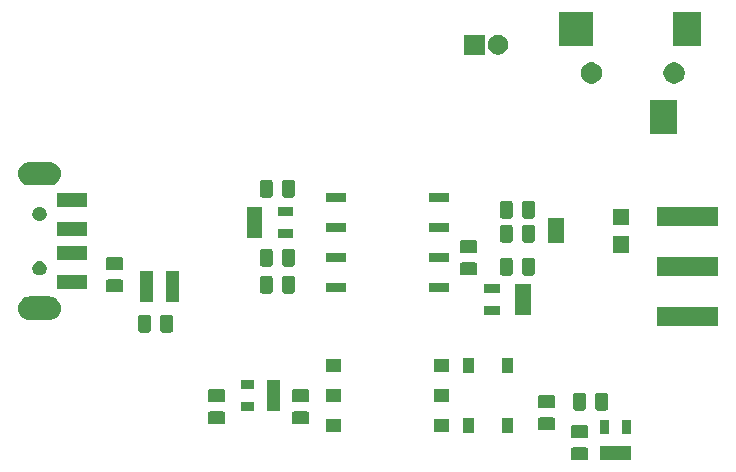
<source format=gbr>
G04 #@! TF.GenerationSoftware,KiCad,Pcbnew,5.1.5*
G04 #@! TF.CreationDate,2020-06-04T17:32:55-05:00*
G04 #@! TF.ProjectId,Receiver,52656365-6976-4657-922e-6b696361645f,rev?*
G04 #@! TF.SameCoordinates,Original*
G04 #@! TF.FileFunction,Soldermask,Top*
G04 #@! TF.FilePolarity,Negative*
%FSLAX46Y46*%
G04 Gerber Fmt 4.6, Leading zero omitted, Abs format (unit mm)*
G04 Created by KiCad (PCBNEW 5.1.5) date 2020-06-04 17:32:55*
%MOMM*%
%LPD*%
G04 APERTURE LIST*
%ADD10C,0.100000*%
G04 APERTURE END LIST*
D10*
G36*
X175336468Y-120721065D02*
G01*
X175375138Y-120732796D01*
X175410777Y-120751846D01*
X175442017Y-120777483D01*
X175467654Y-120808723D01*
X175486704Y-120844362D01*
X175498435Y-120883032D01*
X175503000Y-120929388D01*
X175503000Y-121580612D01*
X175498435Y-121626968D01*
X175486704Y-121665638D01*
X175467654Y-121701277D01*
X175442017Y-121732517D01*
X175410777Y-121758154D01*
X175375138Y-121777204D01*
X175336468Y-121788935D01*
X175290112Y-121793500D01*
X174213888Y-121793500D01*
X174167532Y-121788935D01*
X174128862Y-121777204D01*
X174093223Y-121758154D01*
X174061983Y-121732517D01*
X174036346Y-121701277D01*
X174017296Y-121665638D01*
X174005565Y-121626968D01*
X174001000Y-121580612D01*
X174001000Y-120929388D01*
X174005565Y-120883032D01*
X174017296Y-120844362D01*
X174036346Y-120808723D01*
X174061983Y-120777483D01*
X174093223Y-120751846D01*
X174128862Y-120732796D01*
X174167532Y-120721065D01*
X174213888Y-120716500D01*
X175290112Y-120716500D01*
X175336468Y-120721065D01*
G37*
G36*
X179126000Y-121739000D02*
G01*
X176474000Y-121739000D01*
X176474000Y-120577000D01*
X179126000Y-120577000D01*
X179126000Y-121739000D01*
G37*
G36*
X175336468Y-118846065D02*
G01*
X175375138Y-118857796D01*
X175410777Y-118876846D01*
X175442017Y-118902483D01*
X175467654Y-118933723D01*
X175486704Y-118969362D01*
X175498435Y-119008032D01*
X175503000Y-119054388D01*
X175503000Y-119705612D01*
X175498435Y-119751968D01*
X175486704Y-119790638D01*
X175467654Y-119826277D01*
X175442017Y-119857517D01*
X175410777Y-119883154D01*
X175375138Y-119902204D01*
X175336468Y-119913935D01*
X175290112Y-119918500D01*
X174213888Y-119918500D01*
X174167532Y-119913935D01*
X174128862Y-119902204D01*
X174093223Y-119883154D01*
X174061983Y-119857517D01*
X174036346Y-119826277D01*
X174017296Y-119790638D01*
X174005565Y-119751968D01*
X174001000Y-119705612D01*
X174001000Y-119054388D01*
X174005565Y-119008032D01*
X174017296Y-118969362D01*
X174036346Y-118933723D01*
X174061983Y-118902483D01*
X174093223Y-118876846D01*
X174128862Y-118857796D01*
X174167532Y-118846065D01*
X174213888Y-118841500D01*
X175290112Y-118841500D01*
X175336468Y-118846065D01*
G37*
G36*
X177226000Y-119539000D02*
G01*
X176474000Y-119539000D01*
X176474000Y-118377000D01*
X177226000Y-118377000D01*
X177226000Y-119539000D01*
G37*
G36*
X179126000Y-119539000D02*
G01*
X178374000Y-119539000D01*
X178374000Y-118377000D01*
X179126000Y-118377000D01*
X179126000Y-119539000D01*
G37*
G36*
X169155000Y-119523000D02*
G01*
X168153000Y-119523000D01*
X168153000Y-118221000D01*
X169155000Y-118221000D01*
X169155000Y-119523000D01*
G37*
G36*
X165855000Y-119523000D02*
G01*
X164853000Y-119523000D01*
X164853000Y-118221000D01*
X165855000Y-118221000D01*
X165855000Y-119523000D01*
G37*
G36*
X163679000Y-119403000D02*
G01*
X162457000Y-119403000D01*
X162457000Y-118341000D01*
X163679000Y-118341000D01*
X163679000Y-119403000D01*
G37*
G36*
X154535000Y-119403000D02*
G01*
X153313000Y-119403000D01*
X153313000Y-118341000D01*
X154535000Y-118341000D01*
X154535000Y-119403000D01*
G37*
G36*
X172542468Y-118181065D02*
G01*
X172581138Y-118192796D01*
X172616777Y-118211846D01*
X172648017Y-118237483D01*
X172673654Y-118268723D01*
X172692704Y-118304362D01*
X172704435Y-118343032D01*
X172709000Y-118389388D01*
X172709000Y-119040612D01*
X172704435Y-119086968D01*
X172692704Y-119125638D01*
X172673654Y-119161277D01*
X172648017Y-119192517D01*
X172616777Y-119218154D01*
X172581138Y-119237204D01*
X172542468Y-119248935D01*
X172496112Y-119253500D01*
X171419888Y-119253500D01*
X171373532Y-119248935D01*
X171334862Y-119237204D01*
X171299223Y-119218154D01*
X171267983Y-119192517D01*
X171242346Y-119161277D01*
X171223296Y-119125638D01*
X171211565Y-119086968D01*
X171207000Y-119040612D01*
X171207000Y-118389388D01*
X171211565Y-118343032D01*
X171223296Y-118304362D01*
X171242346Y-118268723D01*
X171267983Y-118237483D01*
X171299223Y-118211846D01*
X171334862Y-118192796D01*
X171373532Y-118181065D01*
X171419888Y-118176500D01*
X172496112Y-118176500D01*
X172542468Y-118181065D01*
G37*
G36*
X144602468Y-117673065D02*
G01*
X144641138Y-117684796D01*
X144676777Y-117703846D01*
X144708017Y-117729483D01*
X144733654Y-117760723D01*
X144752704Y-117796362D01*
X144764435Y-117835032D01*
X144769000Y-117881388D01*
X144769000Y-118532612D01*
X144764435Y-118578968D01*
X144752704Y-118617638D01*
X144733654Y-118653277D01*
X144708017Y-118684517D01*
X144676777Y-118710154D01*
X144641138Y-118729204D01*
X144602468Y-118740935D01*
X144556112Y-118745500D01*
X143479888Y-118745500D01*
X143433532Y-118740935D01*
X143394862Y-118729204D01*
X143359223Y-118710154D01*
X143327983Y-118684517D01*
X143302346Y-118653277D01*
X143283296Y-118617638D01*
X143271565Y-118578968D01*
X143267000Y-118532612D01*
X143267000Y-117881388D01*
X143271565Y-117835032D01*
X143283296Y-117796362D01*
X143302346Y-117760723D01*
X143327983Y-117729483D01*
X143359223Y-117703846D01*
X143394862Y-117684796D01*
X143433532Y-117673065D01*
X143479888Y-117668500D01*
X144556112Y-117668500D01*
X144602468Y-117673065D01*
G37*
G36*
X151714468Y-117673065D02*
G01*
X151753138Y-117684796D01*
X151788777Y-117703846D01*
X151820017Y-117729483D01*
X151845654Y-117760723D01*
X151864704Y-117796362D01*
X151876435Y-117835032D01*
X151881000Y-117881388D01*
X151881000Y-118532612D01*
X151876435Y-118578968D01*
X151864704Y-118617638D01*
X151845654Y-118653277D01*
X151820017Y-118684517D01*
X151788777Y-118710154D01*
X151753138Y-118729204D01*
X151714468Y-118740935D01*
X151668112Y-118745500D01*
X150591888Y-118745500D01*
X150545532Y-118740935D01*
X150506862Y-118729204D01*
X150471223Y-118710154D01*
X150439983Y-118684517D01*
X150414346Y-118653277D01*
X150395296Y-118617638D01*
X150383565Y-118578968D01*
X150379000Y-118532612D01*
X150379000Y-117881388D01*
X150383565Y-117835032D01*
X150395296Y-117796362D01*
X150414346Y-117760723D01*
X150439983Y-117729483D01*
X150471223Y-117703846D01*
X150506862Y-117684796D01*
X150545532Y-117673065D01*
X150591888Y-117668500D01*
X151668112Y-117668500D01*
X151714468Y-117673065D01*
G37*
G36*
X149425000Y-117658000D02*
G01*
X148263000Y-117658000D01*
X148263000Y-115006000D01*
X149425000Y-115006000D01*
X149425000Y-117658000D01*
G37*
G36*
X147225000Y-117658000D02*
G01*
X146063000Y-117658000D01*
X146063000Y-116906000D01*
X147225000Y-116906000D01*
X147225000Y-117658000D01*
G37*
G36*
X176998968Y-116093565D02*
G01*
X177037638Y-116105296D01*
X177073277Y-116124346D01*
X177104517Y-116149983D01*
X177130154Y-116181223D01*
X177149204Y-116216862D01*
X177160935Y-116255532D01*
X177165500Y-116301888D01*
X177165500Y-117378112D01*
X177160935Y-117424468D01*
X177149204Y-117463138D01*
X177130154Y-117498777D01*
X177104517Y-117530017D01*
X177073277Y-117555654D01*
X177037638Y-117574704D01*
X176998968Y-117586435D01*
X176952612Y-117591000D01*
X176301388Y-117591000D01*
X176255032Y-117586435D01*
X176216362Y-117574704D01*
X176180723Y-117555654D01*
X176149483Y-117530017D01*
X176123846Y-117498777D01*
X176104796Y-117463138D01*
X176093065Y-117424468D01*
X176088500Y-117378112D01*
X176088500Y-116301888D01*
X176093065Y-116255532D01*
X176104796Y-116216862D01*
X176123846Y-116181223D01*
X176149483Y-116149983D01*
X176180723Y-116124346D01*
X176216362Y-116105296D01*
X176255032Y-116093565D01*
X176301388Y-116089000D01*
X176952612Y-116089000D01*
X176998968Y-116093565D01*
G37*
G36*
X175123968Y-116093565D02*
G01*
X175162638Y-116105296D01*
X175198277Y-116124346D01*
X175229517Y-116149983D01*
X175255154Y-116181223D01*
X175274204Y-116216862D01*
X175285935Y-116255532D01*
X175290500Y-116301888D01*
X175290500Y-117378112D01*
X175285935Y-117424468D01*
X175274204Y-117463138D01*
X175255154Y-117498777D01*
X175229517Y-117530017D01*
X175198277Y-117555654D01*
X175162638Y-117574704D01*
X175123968Y-117586435D01*
X175077612Y-117591000D01*
X174426388Y-117591000D01*
X174380032Y-117586435D01*
X174341362Y-117574704D01*
X174305723Y-117555654D01*
X174274483Y-117530017D01*
X174248846Y-117498777D01*
X174229796Y-117463138D01*
X174218065Y-117424468D01*
X174213500Y-117378112D01*
X174213500Y-116301888D01*
X174218065Y-116255532D01*
X174229796Y-116216862D01*
X174248846Y-116181223D01*
X174274483Y-116149983D01*
X174305723Y-116124346D01*
X174341362Y-116105296D01*
X174380032Y-116093565D01*
X174426388Y-116089000D01*
X175077612Y-116089000D01*
X175123968Y-116093565D01*
G37*
G36*
X172542468Y-116306065D02*
G01*
X172581138Y-116317796D01*
X172616777Y-116336846D01*
X172648017Y-116362483D01*
X172673654Y-116393723D01*
X172692704Y-116429362D01*
X172704435Y-116468032D01*
X172709000Y-116514388D01*
X172709000Y-117165612D01*
X172704435Y-117211968D01*
X172692704Y-117250638D01*
X172673654Y-117286277D01*
X172648017Y-117317517D01*
X172616777Y-117343154D01*
X172581138Y-117362204D01*
X172542468Y-117373935D01*
X172496112Y-117378500D01*
X171419888Y-117378500D01*
X171373532Y-117373935D01*
X171334862Y-117362204D01*
X171299223Y-117343154D01*
X171267983Y-117317517D01*
X171242346Y-117286277D01*
X171223296Y-117250638D01*
X171211565Y-117211968D01*
X171207000Y-117165612D01*
X171207000Y-116514388D01*
X171211565Y-116468032D01*
X171223296Y-116429362D01*
X171242346Y-116393723D01*
X171267983Y-116362483D01*
X171299223Y-116336846D01*
X171334862Y-116317796D01*
X171373532Y-116306065D01*
X171419888Y-116301500D01*
X172496112Y-116301500D01*
X172542468Y-116306065D01*
G37*
G36*
X151714468Y-115798065D02*
G01*
X151753138Y-115809796D01*
X151788777Y-115828846D01*
X151820017Y-115854483D01*
X151845654Y-115885723D01*
X151864704Y-115921362D01*
X151876435Y-115960032D01*
X151881000Y-116006388D01*
X151881000Y-116657612D01*
X151876435Y-116703968D01*
X151864704Y-116742638D01*
X151845654Y-116778277D01*
X151820017Y-116809517D01*
X151788777Y-116835154D01*
X151753138Y-116854204D01*
X151714468Y-116865935D01*
X151668112Y-116870500D01*
X150591888Y-116870500D01*
X150545532Y-116865935D01*
X150506862Y-116854204D01*
X150471223Y-116835154D01*
X150439983Y-116809517D01*
X150414346Y-116778277D01*
X150395296Y-116742638D01*
X150383565Y-116703968D01*
X150379000Y-116657612D01*
X150379000Y-116006388D01*
X150383565Y-115960032D01*
X150395296Y-115921362D01*
X150414346Y-115885723D01*
X150439983Y-115854483D01*
X150471223Y-115828846D01*
X150506862Y-115809796D01*
X150545532Y-115798065D01*
X150591888Y-115793500D01*
X151668112Y-115793500D01*
X151714468Y-115798065D01*
G37*
G36*
X144602468Y-115798065D02*
G01*
X144641138Y-115809796D01*
X144676777Y-115828846D01*
X144708017Y-115854483D01*
X144733654Y-115885723D01*
X144752704Y-115921362D01*
X144764435Y-115960032D01*
X144769000Y-116006388D01*
X144769000Y-116657612D01*
X144764435Y-116703968D01*
X144752704Y-116742638D01*
X144733654Y-116778277D01*
X144708017Y-116809517D01*
X144676777Y-116835154D01*
X144641138Y-116854204D01*
X144602468Y-116865935D01*
X144556112Y-116870500D01*
X143479888Y-116870500D01*
X143433532Y-116865935D01*
X143394862Y-116854204D01*
X143359223Y-116835154D01*
X143327983Y-116809517D01*
X143302346Y-116778277D01*
X143283296Y-116742638D01*
X143271565Y-116703968D01*
X143267000Y-116657612D01*
X143267000Y-116006388D01*
X143271565Y-115960032D01*
X143283296Y-115921362D01*
X143302346Y-115885723D01*
X143327983Y-115854483D01*
X143359223Y-115828846D01*
X143394862Y-115809796D01*
X143433532Y-115798065D01*
X143479888Y-115793500D01*
X144556112Y-115793500D01*
X144602468Y-115798065D01*
G37*
G36*
X154535000Y-116863000D02*
G01*
X153313000Y-116863000D01*
X153313000Y-115801000D01*
X154535000Y-115801000D01*
X154535000Y-116863000D01*
G37*
G36*
X163679000Y-116863000D02*
G01*
X162457000Y-116863000D01*
X162457000Y-115801000D01*
X163679000Y-115801000D01*
X163679000Y-116863000D01*
G37*
G36*
X147225000Y-115758000D02*
G01*
X146063000Y-115758000D01*
X146063000Y-115006000D01*
X147225000Y-115006000D01*
X147225000Y-115758000D01*
G37*
G36*
X165855000Y-114443000D02*
G01*
X164853000Y-114443000D01*
X164853000Y-113141000D01*
X165855000Y-113141000D01*
X165855000Y-114443000D01*
G37*
G36*
X169155000Y-114443000D02*
G01*
X168153000Y-114443000D01*
X168153000Y-113141000D01*
X169155000Y-113141000D01*
X169155000Y-114443000D01*
G37*
G36*
X163679000Y-114323000D02*
G01*
X162457000Y-114323000D01*
X162457000Y-113261000D01*
X163679000Y-113261000D01*
X163679000Y-114323000D01*
G37*
G36*
X154535000Y-114323000D02*
G01*
X153313000Y-114323000D01*
X153313000Y-113261000D01*
X154535000Y-113261000D01*
X154535000Y-114323000D01*
G37*
G36*
X138293968Y-109489565D02*
G01*
X138332638Y-109501296D01*
X138368277Y-109520346D01*
X138399517Y-109545983D01*
X138425154Y-109577223D01*
X138444204Y-109612862D01*
X138455935Y-109651532D01*
X138460500Y-109697888D01*
X138460500Y-110774112D01*
X138455935Y-110820468D01*
X138444204Y-110859138D01*
X138425154Y-110894777D01*
X138399517Y-110926017D01*
X138368277Y-110951654D01*
X138332638Y-110970704D01*
X138293968Y-110982435D01*
X138247612Y-110987000D01*
X137596388Y-110987000D01*
X137550032Y-110982435D01*
X137511362Y-110970704D01*
X137475723Y-110951654D01*
X137444483Y-110926017D01*
X137418846Y-110894777D01*
X137399796Y-110859138D01*
X137388065Y-110820468D01*
X137383500Y-110774112D01*
X137383500Y-109697888D01*
X137388065Y-109651532D01*
X137399796Y-109612862D01*
X137418846Y-109577223D01*
X137444483Y-109545983D01*
X137475723Y-109520346D01*
X137511362Y-109501296D01*
X137550032Y-109489565D01*
X137596388Y-109485000D01*
X138247612Y-109485000D01*
X138293968Y-109489565D01*
G37*
G36*
X140168968Y-109489565D02*
G01*
X140207638Y-109501296D01*
X140243277Y-109520346D01*
X140274517Y-109545983D01*
X140300154Y-109577223D01*
X140319204Y-109612862D01*
X140330935Y-109651532D01*
X140335500Y-109697888D01*
X140335500Y-110774112D01*
X140330935Y-110820468D01*
X140319204Y-110859138D01*
X140300154Y-110894777D01*
X140274517Y-110926017D01*
X140243277Y-110951654D01*
X140207638Y-110970704D01*
X140168968Y-110982435D01*
X140122612Y-110987000D01*
X139471388Y-110987000D01*
X139425032Y-110982435D01*
X139386362Y-110970704D01*
X139350723Y-110951654D01*
X139319483Y-110926017D01*
X139293846Y-110894777D01*
X139274796Y-110859138D01*
X139263065Y-110820468D01*
X139258500Y-110774112D01*
X139258500Y-109697888D01*
X139263065Y-109651532D01*
X139274796Y-109612862D01*
X139293846Y-109577223D01*
X139319483Y-109545983D01*
X139350723Y-109520346D01*
X139386362Y-109501296D01*
X139425032Y-109489565D01*
X139471388Y-109485000D01*
X140122612Y-109485000D01*
X140168968Y-109489565D01*
G37*
G36*
X186487000Y-110461000D02*
G01*
X181305000Y-110461000D01*
X181305000Y-108859000D01*
X186487000Y-108859000D01*
X186487000Y-110461000D01*
G37*
G36*
X130028228Y-107949483D02*
G01*
X130216922Y-108006723D01*
X130390815Y-108099671D01*
X130543239Y-108224761D01*
X130668329Y-108377185D01*
X130761277Y-108551078D01*
X130818517Y-108739772D01*
X130837843Y-108936000D01*
X130818517Y-109132228D01*
X130761277Y-109320922D01*
X130668329Y-109494815D01*
X130543239Y-109647239D01*
X130390815Y-109772329D01*
X130216922Y-109865277D01*
X130028228Y-109922517D01*
X129881175Y-109937000D01*
X128182825Y-109937000D01*
X128035772Y-109922517D01*
X127847078Y-109865277D01*
X127673185Y-109772329D01*
X127520761Y-109647239D01*
X127395671Y-109494815D01*
X127302723Y-109320922D01*
X127245483Y-109132228D01*
X127226157Y-108936000D01*
X127245483Y-108739772D01*
X127302723Y-108551078D01*
X127395671Y-108377185D01*
X127520761Y-108224761D01*
X127673185Y-108099671D01*
X127847078Y-108006723D01*
X128035772Y-107949483D01*
X128182825Y-107935000D01*
X129881175Y-107935000D01*
X130028228Y-107949483D01*
G37*
G36*
X168007000Y-109530000D02*
G01*
X166685000Y-109530000D01*
X166685000Y-108778000D01*
X168007000Y-108778000D01*
X168007000Y-109530000D01*
G37*
G36*
X170627000Y-109530000D02*
G01*
X169305000Y-109530000D01*
X169305000Y-106878000D01*
X170627000Y-106878000D01*
X170627000Y-109530000D01*
G37*
G36*
X138673000Y-108387000D02*
G01*
X137511000Y-108387000D01*
X137511000Y-105735000D01*
X138673000Y-105735000D01*
X138673000Y-108387000D01*
G37*
G36*
X140873000Y-108387000D02*
G01*
X139711000Y-108387000D01*
X139711000Y-105735000D01*
X140873000Y-105735000D01*
X140873000Y-108387000D01*
G37*
G36*
X148610968Y-106187565D02*
G01*
X148649638Y-106199296D01*
X148685277Y-106218346D01*
X148716517Y-106243983D01*
X148742154Y-106275223D01*
X148761204Y-106310862D01*
X148772935Y-106349532D01*
X148777500Y-106395888D01*
X148777500Y-107472112D01*
X148772935Y-107518468D01*
X148761204Y-107557138D01*
X148742154Y-107592777D01*
X148716517Y-107624017D01*
X148685277Y-107649654D01*
X148649638Y-107668704D01*
X148610968Y-107680435D01*
X148564612Y-107685000D01*
X147913388Y-107685000D01*
X147867032Y-107680435D01*
X147828362Y-107668704D01*
X147792723Y-107649654D01*
X147761483Y-107624017D01*
X147735846Y-107592777D01*
X147716796Y-107557138D01*
X147705065Y-107518468D01*
X147700500Y-107472112D01*
X147700500Y-106395888D01*
X147705065Y-106349532D01*
X147716796Y-106310862D01*
X147735846Y-106275223D01*
X147761483Y-106243983D01*
X147792723Y-106218346D01*
X147828362Y-106199296D01*
X147867032Y-106187565D01*
X147913388Y-106183000D01*
X148564612Y-106183000D01*
X148610968Y-106187565D01*
G37*
G36*
X150485968Y-106187565D02*
G01*
X150524638Y-106199296D01*
X150560277Y-106218346D01*
X150591517Y-106243983D01*
X150617154Y-106275223D01*
X150636204Y-106310862D01*
X150647935Y-106349532D01*
X150652500Y-106395888D01*
X150652500Y-107472112D01*
X150647935Y-107518468D01*
X150636204Y-107557138D01*
X150617154Y-107592777D01*
X150591517Y-107624017D01*
X150560277Y-107649654D01*
X150524638Y-107668704D01*
X150485968Y-107680435D01*
X150439612Y-107685000D01*
X149788388Y-107685000D01*
X149742032Y-107680435D01*
X149703362Y-107668704D01*
X149667723Y-107649654D01*
X149636483Y-107624017D01*
X149610846Y-107592777D01*
X149591796Y-107557138D01*
X149580065Y-107518468D01*
X149575500Y-107472112D01*
X149575500Y-106395888D01*
X149580065Y-106349532D01*
X149591796Y-106310862D01*
X149610846Y-106275223D01*
X149636483Y-106243983D01*
X149667723Y-106218346D01*
X149703362Y-106199296D01*
X149742032Y-106187565D01*
X149788388Y-106183000D01*
X150439612Y-106183000D01*
X150485968Y-106187565D01*
G37*
G36*
X168007000Y-107630000D02*
G01*
X166685000Y-107630000D01*
X166685000Y-106878000D01*
X168007000Y-106878000D01*
X168007000Y-107630000D01*
G37*
G36*
X135966468Y-106497065D02*
G01*
X136005138Y-106508796D01*
X136040777Y-106527846D01*
X136072017Y-106553483D01*
X136097654Y-106584723D01*
X136116704Y-106620362D01*
X136128435Y-106659032D01*
X136133000Y-106705388D01*
X136133000Y-107356612D01*
X136128435Y-107402968D01*
X136116704Y-107441638D01*
X136097654Y-107477277D01*
X136072017Y-107508517D01*
X136040777Y-107534154D01*
X136005138Y-107553204D01*
X135966468Y-107564935D01*
X135920112Y-107569500D01*
X134843888Y-107569500D01*
X134797532Y-107564935D01*
X134758862Y-107553204D01*
X134723223Y-107534154D01*
X134691983Y-107508517D01*
X134666346Y-107477277D01*
X134647296Y-107441638D01*
X134635565Y-107402968D01*
X134631000Y-107356612D01*
X134631000Y-106705388D01*
X134635565Y-106659032D01*
X134647296Y-106620362D01*
X134666346Y-106584723D01*
X134691983Y-106553483D01*
X134723223Y-106527846D01*
X134758862Y-106508796D01*
X134797532Y-106497065D01*
X134843888Y-106492500D01*
X135920112Y-106492500D01*
X135966468Y-106497065D01*
G37*
G36*
X163672000Y-107564000D02*
G01*
X162020000Y-107564000D01*
X162020000Y-106812000D01*
X163672000Y-106812000D01*
X163672000Y-107564000D01*
G37*
G36*
X154972000Y-107564000D02*
G01*
X153320000Y-107564000D01*
X153320000Y-106812000D01*
X154972000Y-106812000D01*
X154972000Y-107564000D01*
G37*
G36*
X133083000Y-107337000D02*
G01*
X130481000Y-107337000D01*
X130481000Y-106135000D01*
X133083000Y-106135000D01*
X133083000Y-107337000D01*
G37*
G36*
X186487000Y-106211000D02*
G01*
X181305000Y-106211000D01*
X181305000Y-104609000D01*
X186487000Y-104609000D01*
X186487000Y-106211000D01*
G37*
G36*
X170805968Y-104663565D02*
G01*
X170844638Y-104675296D01*
X170880277Y-104694346D01*
X170911517Y-104719983D01*
X170937154Y-104751223D01*
X170956204Y-104786862D01*
X170967935Y-104825532D01*
X170972500Y-104871888D01*
X170972500Y-105948112D01*
X170967935Y-105994468D01*
X170956204Y-106033138D01*
X170937154Y-106068777D01*
X170911517Y-106100017D01*
X170880277Y-106125654D01*
X170844638Y-106144704D01*
X170805968Y-106156435D01*
X170759612Y-106161000D01*
X170108388Y-106161000D01*
X170062032Y-106156435D01*
X170023362Y-106144704D01*
X169987723Y-106125654D01*
X169956483Y-106100017D01*
X169930846Y-106068777D01*
X169911796Y-106033138D01*
X169900065Y-105994468D01*
X169895500Y-105948112D01*
X169895500Y-104871888D01*
X169900065Y-104825532D01*
X169911796Y-104786862D01*
X169930846Y-104751223D01*
X169956483Y-104719983D01*
X169987723Y-104694346D01*
X170023362Y-104675296D01*
X170062032Y-104663565D01*
X170108388Y-104659000D01*
X170759612Y-104659000D01*
X170805968Y-104663565D01*
G37*
G36*
X168930968Y-104663565D02*
G01*
X168969638Y-104675296D01*
X169005277Y-104694346D01*
X169036517Y-104719983D01*
X169062154Y-104751223D01*
X169081204Y-104786862D01*
X169092935Y-104825532D01*
X169097500Y-104871888D01*
X169097500Y-105948112D01*
X169092935Y-105994468D01*
X169081204Y-106033138D01*
X169062154Y-106068777D01*
X169036517Y-106100017D01*
X169005277Y-106125654D01*
X168969638Y-106144704D01*
X168930968Y-106156435D01*
X168884612Y-106161000D01*
X168233388Y-106161000D01*
X168187032Y-106156435D01*
X168148362Y-106144704D01*
X168112723Y-106125654D01*
X168081483Y-106100017D01*
X168055846Y-106068777D01*
X168036796Y-106033138D01*
X168025065Y-105994468D01*
X168020500Y-105948112D01*
X168020500Y-104871888D01*
X168025065Y-104825532D01*
X168036796Y-104786862D01*
X168055846Y-104751223D01*
X168081483Y-104719983D01*
X168112723Y-104694346D01*
X168148362Y-104675296D01*
X168187032Y-104663565D01*
X168233388Y-104659000D01*
X168884612Y-104659000D01*
X168930968Y-104663565D01*
G37*
G36*
X129168601Y-104950397D02*
G01*
X129207305Y-104958096D01*
X129239340Y-104971365D01*
X129316680Y-105003400D01*
X129415115Y-105069173D01*
X129498827Y-105152885D01*
X129564600Y-105251320D01*
X129591494Y-105316250D01*
X129609904Y-105360695D01*
X129613447Y-105378505D01*
X129633000Y-105476805D01*
X129633000Y-105595195D01*
X129609904Y-105711304D01*
X129564600Y-105820680D01*
X129498827Y-105919115D01*
X129415115Y-106002827D01*
X129316680Y-106068600D01*
X129240831Y-106100017D01*
X129207305Y-106113904D01*
X129168601Y-106121603D01*
X129091195Y-106137000D01*
X128972805Y-106137000D01*
X128895399Y-106121603D01*
X128856695Y-106113904D01*
X128823169Y-106100017D01*
X128747320Y-106068600D01*
X128648885Y-106002827D01*
X128565173Y-105919115D01*
X128499400Y-105820680D01*
X128454096Y-105711304D01*
X128431000Y-105595195D01*
X128431000Y-105476805D01*
X128450553Y-105378505D01*
X128454096Y-105360695D01*
X128472506Y-105316250D01*
X128499400Y-105251320D01*
X128565173Y-105152885D01*
X128648885Y-105069173D01*
X128747320Y-105003400D01*
X128824660Y-104971365D01*
X128856695Y-104958096D01*
X128895399Y-104950397D01*
X128972805Y-104935000D01*
X129091195Y-104935000D01*
X129168601Y-104950397D01*
G37*
G36*
X165938468Y-105051565D02*
G01*
X165977138Y-105063296D01*
X166012777Y-105082346D01*
X166044017Y-105107983D01*
X166069654Y-105139223D01*
X166088704Y-105174862D01*
X166100435Y-105213532D01*
X166105000Y-105259888D01*
X166105000Y-105911112D01*
X166100435Y-105957468D01*
X166088704Y-105996138D01*
X166069654Y-106031777D01*
X166044017Y-106063017D01*
X166012777Y-106088654D01*
X165977138Y-106107704D01*
X165938468Y-106119435D01*
X165892112Y-106124000D01*
X164815888Y-106124000D01*
X164769532Y-106119435D01*
X164730862Y-106107704D01*
X164695223Y-106088654D01*
X164663983Y-106063017D01*
X164638346Y-106031777D01*
X164619296Y-105996138D01*
X164607565Y-105957468D01*
X164603000Y-105911112D01*
X164603000Y-105259888D01*
X164607565Y-105213532D01*
X164619296Y-105174862D01*
X164638346Y-105139223D01*
X164663983Y-105107983D01*
X164695223Y-105082346D01*
X164730862Y-105063296D01*
X164769532Y-105051565D01*
X164815888Y-105047000D01*
X165892112Y-105047000D01*
X165938468Y-105051565D01*
G37*
G36*
X135966468Y-104622065D02*
G01*
X136005138Y-104633796D01*
X136040777Y-104652846D01*
X136072017Y-104678483D01*
X136097654Y-104709723D01*
X136116704Y-104745362D01*
X136128435Y-104784032D01*
X136133000Y-104830388D01*
X136133000Y-105481612D01*
X136128435Y-105527968D01*
X136116704Y-105566638D01*
X136097654Y-105602277D01*
X136072017Y-105633517D01*
X136040777Y-105659154D01*
X136005138Y-105678204D01*
X135966468Y-105689935D01*
X135920112Y-105694500D01*
X134843888Y-105694500D01*
X134797532Y-105689935D01*
X134758862Y-105678204D01*
X134723223Y-105659154D01*
X134691983Y-105633517D01*
X134666346Y-105602277D01*
X134647296Y-105566638D01*
X134635565Y-105527968D01*
X134631000Y-105481612D01*
X134631000Y-104830388D01*
X134635565Y-104784032D01*
X134647296Y-104745362D01*
X134666346Y-104709723D01*
X134691983Y-104678483D01*
X134723223Y-104652846D01*
X134758862Y-104633796D01*
X134797532Y-104622065D01*
X134843888Y-104617500D01*
X135920112Y-104617500D01*
X135966468Y-104622065D01*
G37*
G36*
X148610968Y-103901565D02*
G01*
X148649638Y-103913296D01*
X148685277Y-103932346D01*
X148716517Y-103957983D01*
X148742154Y-103989223D01*
X148761204Y-104024862D01*
X148772935Y-104063532D01*
X148777500Y-104109888D01*
X148777500Y-105186112D01*
X148772935Y-105232468D01*
X148761204Y-105271138D01*
X148742154Y-105306777D01*
X148716517Y-105338017D01*
X148685277Y-105363654D01*
X148649638Y-105382704D01*
X148610968Y-105394435D01*
X148564612Y-105399000D01*
X147913388Y-105399000D01*
X147867032Y-105394435D01*
X147828362Y-105382704D01*
X147792723Y-105363654D01*
X147761483Y-105338017D01*
X147735846Y-105306777D01*
X147716796Y-105271138D01*
X147705065Y-105232468D01*
X147700500Y-105186112D01*
X147700500Y-104109888D01*
X147705065Y-104063532D01*
X147716796Y-104024862D01*
X147735846Y-103989223D01*
X147761483Y-103957983D01*
X147792723Y-103932346D01*
X147828362Y-103913296D01*
X147867032Y-103901565D01*
X147913388Y-103897000D01*
X148564612Y-103897000D01*
X148610968Y-103901565D01*
G37*
G36*
X150485968Y-103901565D02*
G01*
X150524638Y-103913296D01*
X150560277Y-103932346D01*
X150591517Y-103957983D01*
X150617154Y-103989223D01*
X150636204Y-104024862D01*
X150647935Y-104063532D01*
X150652500Y-104109888D01*
X150652500Y-105186112D01*
X150647935Y-105232468D01*
X150636204Y-105271138D01*
X150617154Y-105306777D01*
X150591517Y-105338017D01*
X150560277Y-105363654D01*
X150524638Y-105382704D01*
X150485968Y-105394435D01*
X150439612Y-105399000D01*
X149788388Y-105399000D01*
X149742032Y-105394435D01*
X149703362Y-105382704D01*
X149667723Y-105363654D01*
X149636483Y-105338017D01*
X149610846Y-105306777D01*
X149591796Y-105271138D01*
X149580065Y-105232468D01*
X149575500Y-105186112D01*
X149575500Y-104109888D01*
X149580065Y-104063532D01*
X149591796Y-104024862D01*
X149610846Y-103989223D01*
X149636483Y-103957983D01*
X149667723Y-103932346D01*
X149703362Y-103913296D01*
X149742032Y-103901565D01*
X149788388Y-103897000D01*
X150439612Y-103897000D01*
X150485968Y-103901565D01*
G37*
G36*
X154972000Y-105024000D02*
G01*
X153320000Y-105024000D01*
X153320000Y-104272000D01*
X154972000Y-104272000D01*
X154972000Y-105024000D01*
G37*
G36*
X163672000Y-105024000D02*
G01*
X162020000Y-105024000D01*
X162020000Y-104272000D01*
X163672000Y-104272000D01*
X163672000Y-105024000D01*
G37*
G36*
X133083000Y-104837000D02*
G01*
X130481000Y-104837000D01*
X130481000Y-103635000D01*
X133083000Y-103635000D01*
X133083000Y-104837000D01*
G37*
G36*
X165938468Y-103176565D02*
G01*
X165977138Y-103188296D01*
X166012777Y-103207346D01*
X166044017Y-103232983D01*
X166069654Y-103264223D01*
X166088704Y-103299862D01*
X166100435Y-103338532D01*
X166105000Y-103384888D01*
X166105000Y-104036112D01*
X166100435Y-104082468D01*
X166088704Y-104121138D01*
X166069654Y-104156777D01*
X166044017Y-104188017D01*
X166012777Y-104213654D01*
X165977138Y-104232704D01*
X165938468Y-104244435D01*
X165892112Y-104249000D01*
X164815888Y-104249000D01*
X164769532Y-104244435D01*
X164730862Y-104232704D01*
X164695223Y-104213654D01*
X164663983Y-104188017D01*
X164638346Y-104156777D01*
X164619296Y-104121138D01*
X164607565Y-104082468D01*
X164603000Y-104036112D01*
X164603000Y-103384888D01*
X164607565Y-103338532D01*
X164619296Y-103299862D01*
X164638346Y-103264223D01*
X164663983Y-103232983D01*
X164695223Y-103207346D01*
X164730862Y-103188296D01*
X164769532Y-103176565D01*
X164815888Y-103172000D01*
X165892112Y-103172000D01*
X165938468Y-103176565D01*
G37*
G36*
X178965000Y-104213000D02*
G01*
X177563000Y-104213000D01*
X177563000Y-102811000D01*
X178965000Y-102811000D01*
X178965000Y-104213000D01*
G37*
G36*
X173465000Y-103413000D02*
G01*
X172063000Y-103413000D01*
X172063000Y-101311000D01*
X173465000Y-101311000D01*
X173465000Y-103413000D01*
G37*
G36*
X168930968Y-101869565D02*
G01*
X168969638Y-101881296D01*
X169005277Y-101900346D01*
X169036517Y-101925983D01*
X169062154Y-101957223D01*
X169081204Y-101992862D01*
X169092935Y-102031532D01*
X169097500Y-102077888D01*
X169097500Y-103154112D01*
X169092935Y-103200468D01*
X169081204Y-103239138D01*
X169062154Y-103274777D01*
X169036517Y-103306017D01*
X169005277Y-103331654D01*
X168969638Y-103350704D01*
X168930968Y-103362435D01*
X168884612Y-103367000D01*
X168233388Y-103367000D01*
X168187032Y-103362435D01*
X168148362Y-103350704D01*
X168112723Y-103331654D01*
X168081483Y-103306017D01*
X168055846Y-103274777D01*
X168036796Y-103239138D01*
X168025065Y-103200468D01*
X168020500Y-103154112D01*
X168020500Y-102077888D01*
X168025065Y-102031532D01*
X168036796Y-101992862D01*
X168055846Y-101957223D01*
X168081483Y-101925983D01*
X168112723Y-101900346D01*
X168148362Y-101881296D01*
X168187032Y-101869565D01*
X168233388Y-101865000D01*
X168884612Y-101865000D01*
X168930968Y-101869565D01*
G37*
G36*
X170805968Y-101869565D02*
G01*
X170844638Y-101881296D01*
X170880277Y-101900346D01*
X170911517Y-101925983D01*
X170937154Y-101957223D01*
X170956204Y-101992862D01*
X170967935Y-102031532D01*
X170972500Y-102077888D01*
X170972500Y-103154112D01*
X170967935Y-103200468D01*
X170956204Y-103239138D01*
X170937154Y-103274777D01*
X170911517Y-103306017D01*
X170880277Y-103331654D01*
X170844638Y-103350704D01*
X170805968Y-103362435D01*
X170759612Y-103367000D01*
X170108388Y-103367000D01*
X170062032Y-103362435D01*
X170023362Y-103350704D01*
X169987723Y-103331654D01*
X169956483Y-103306017D01*
X169930846Y-103274777D01*
X169911796Y-103239138D01*
X169900065Y-103200468D01*
X169895500Y-103154112D01*
X169895500Y-102077888D01*
X169900065Y-102031532D01*
X169911796Y-101992862D01*
X169930846Y-101957223D01*
X169956483Y-101925983D01*
X169987723Y-101900346D01*
X170023362Y-101881296D01*
X170062032Y-101869565D01*
X170108388Y-101865000D01*
X170759612Y-101865000D01*
X170805968Y-101869565D01*
G37*
G36*
X147901000Y-102992000D02*
G01*
X146579000Y-102992000D01*
X146579000Y-100340000D01*
X147901000Y-100340000D01*
X147901000Y-102992000D01*
G37*
G36*
X150521000Y-102992000D02*
G01*
X149199000Y-102992000D01*
X149199000Y-102240000D01*
X150521000Y-102240000D01*
X150521000Y-102992000D01*
G37*
G36*
X133083000Y-102837000D02*
G01*
X130481000Y-102837000D01*
X130481000Y-101635000D01*
X133083000Y-101635000D01*
X133083000Y-102837000D01*
G37*
G36*
X154972000Y-102484000D02*
G01*
X153320000Y-102484000D01*
X153320000Y-101732000D01*
X154972000Y-101732000D01*
X154972000Y-102484000D01*
G37*
G36*
X163672000Y-102484000D02*
G01*
X162020000Y-102484000D01*
X162020000Y-101732000D01*
X163672000Y-101732000D01*
X163672000Y-102484000D01*
G37*
G36*
X186487000Y-101961000D02*
G01*
X181305000Y-101961000D01*
X181305000Y-100359000D01*
X186487000Y-100359000D01*
X186487000Y-101961000D01*
G37*
G36*
X178965000Y-101913000D02*
G01*
X177563000Y-101913000D01*
X177563000Y-100511000D01*
X178965000Y-100511000D01*
X178965000Y-101913000D01*
G37*
G36*
X129168601Y-100350397D02*
G01*
X129207305Y-100358096D01*
X129239340Y-100371365D01*
X129316680Y-100403400D01*
X129415115Y-100469173D01*
X129498827Y-100552885D01*
X129564600Y-100651320D01*
X129596635Y-100728660D01*
X129609904Y-100760695D01*
X129633000Y-100876807D01*
X129633000Y-100995193D01*
X129609904Y-101111305D01*
X129596635Y-101143340D01*
X129564600Y-101220680D01*
X129498827Y-101319115D01*
X129415115Y-101402827D01*
X129316680Y-101468600D01*
X129239340Y-101500635D01*
X129207305Y-101513904D01*
X129168601Y-101521603D01*
X129091195Y-101537000D01*
X128972805Y-101537000D01*
X128895399Y-101521603D01*
X128856695Y-101513904D01*
X128824660Y-101500635D01*
X128747320Y-101468600D01*
X128648885Y-101402827D01*
X128565173Y-101319115D01*
X128499400Y-101220680D01*
X128467365Y-101143340D01*
X128454096Y-101111305D01*
X128431000Y-100995193D01*
X128431000Y-100876807D01*
X128454096Y-100760695D01*
X128467365Y-100728660D01*
X128499400Y-100651320D01*
X128565173Y-100552885D01*
X128648885Y-100469173D01*
X128747320Y-100403400D01*
X128824660Y-100371365D01*
X128856695Y-100358096D01*
X128895399Y-100350397D01*
X128972805Y-100335000D01*
X129091195Y-100335000D01*
X129168601Y-100350397D01*
G37*
G36*
X168930968Y-99837565D02*
G01*
X168969638Y-99849296D01*
X169005277Y-99868346D01*
X169036517Y-99893983D01*
X169062154Y-99925223D01*
X169081204Y-99960862D01*
X169092935Y-99999532D01*
X169097500Y-100045888D01*
X169097500Y-101122112D01*
X169092935Y-101168468D01*
X169081204Y-101207138D01*
X169062154Y-101242777D01*
X169036517Y-101274017D01*
X169005277Y-101299654D01*
X168969638Y-101318704D01*
X168930968Y-101330435D01*
X168884612Y-101335000D01*
X168233388Y-101335000D01*
X168187032Y-101330435D01*
X168148362Y-101318704D01*
X168112723Y-101299654D01*
X168081483Y-101274017D01*
X168055846Y-101242777D01*
X168036796Y-101207138D01*
X168025065Y-101168468D01*
X168020500Y-101122112D01*
X168020500Y-100045888D01*
X168025065Y-99999532D01*
X168036796Y-99960862D01*
X168055846Y-99925223D01*
X168081483Y-99893983D01*
X168112723Y-99868346D01*
X168148362Y-99849296D01*
X168187032Y-99837565D01*
X168233388Y-99833000D01*
X168884612Y-99833000D01*
X168930968Y-99837565D01*
G37*
G36*
X170805968Y-99837565D02*
G01*
X170844638Y-99849296D01*
X170880277Y-99868346D01*
X170911517Y-99893983D01*
X170937154Y-99925223D01*
X170956204Y-99960862D01*
X170967935Y-99999532D01*
X170972500Y-100045888D01*
X170972500Y-101122112D01*
X170967935Y-101168468D01*
X170956204Y-101207138D01*
X170937154Y-101242777D01*
X170911517Y-101274017D01*
X170880277Y-101299654D01*
X170844638Y-101318704D01*
X170805968Y-101330435D01*
X170759612Y-101335000D01*
X170108388Y-101335000D01*
X170062032Y-101330435D01*
X170023362Y-101318704D01*
X169987723Y-101299654D01*
X169956483Y-101274017D01*
X169930846Y-101242777D01*
X169911796Y-101207138D01*
X169900065Y-101168468D01*
X169895500Y-101122112D01*
X169895500Y-100045888D01*
X169900065Y-99999532D01*
X169911796Y-99960862D01*
X169930846Y-99925223D01*
X169956483Y-99893983D01*
X169987723Y-99868346D01*
X170023362Y-99849296D01*
X170062032Y-99837565D01*
X170108388Y-99833000D01*
X170759612Y-99833000D01*
X170805968Y-99837565D01*
G37*
G36*
X150521000Y-101092000D02*
G01*
X149199000Y-101092000D01*
X149199000Y-100340000D01*
X150521000Y-100340000D01*
X150521000Y-101092000D01*
G37*
G36*
X133083000Y-100337000D02*
G01*
X130481000Y-100337000D01*
X130481000Y-99135000D01*
X133083000Y-99135000D01*
X133083000Y-100337000D01*
G37*
G36*
X154972000Y-99944000D02*
G01*
X153320000Y-99944000D01*
X153320000Y-99192000D01*
X154972000Y-99192000D01*
X154972000Y-99944000D01*
G37*
G36*
X163672000Y-99944000D02*
G01*
X162020000Y-99944000D01*
X162020000Y-99192000D01*
X163672000Y-99192000D01*
X163672000Y-99944000D01*
G37*
G36*
X150485968Y-98059565D02*
G01*
X150524638Y-98071296D01*
X150560277Y-98090346D01*
X150591517Y-98115983D01*
X150617154Y-98147223D01*
X150636204Y-98182862D01*
X150647935Y-98221532D01*
X150652500Y-98267888D01*
X150652500Y-99344112D01*
X150647935Y-99390468D01*
X150636204Y-99429138D01*
X150617154Y-99464777D01*
X150591517Y-99496017D01*
X150560277Y-99521654D01*
X150524638Y-99540704D01*
X150485968Y-99552435D01*
X150439612Y-99557000D01*
X149788388Y-99557000D01*
X149742032Y-99552435D01*
X149703362Y-99540704D01*
X149667723Y-99521654D01*
X149636483Y-99496017D01*
X149610846Y-99464777D01*
X149591796Y-99429138D01*
X149580065Y-99390468D01*
X149575500Y-99344112D01*
X149575500Y-98267888D01*
X149580065Y-98221532D01*
X149591796Y-98182862D01*
X149610846Y-98147223D01*
X149636483Y-98115983D01*
X149667723Y-98090346D01*
X149703362Y-98071296D01*
X149742032Y-98059565D01*
X149788388Y-98055000D01*
X150439612Y-98055000D01*
X150485968Y-98059565D01*
G37*
G36*
X148610968Y-98059565D02*
G01*
X148649638Y-98071296D01*
X148685277Y-98090346D01*
X148716517Y-98115983D01*
X148742154Y-98147223D01*
X148761204Y-98182862D01*
X148772935Y-98221532D01*
X148777500Y-98267888D01*
X148777500Y-99344112D01*
X148772935Y-99390468D01*
X148761204Y-99429138D01*
X148742154Y-99464777D01*
X148716517Y-99496017D01*
X148685277Y-99521654D01*
X148649638Y-99540704D01*
X148610968Y-99552435D01*
X148564612Y-99557000D01*
X147913388Y-99557000D01*
X147867032Y-99552435D01*
X147828362Y-99540704D01*
X147792723Y-99521654D01*
X147761483Y-99496017D01*
X147735846Y-99464777D01*
X147716796Y-99429138D01*
X147705065Y-99390468D01*
X147700500Y-99344112D01*
X147700500Y-98267888D01*
X147705065Y-98221532D01*
X147716796Y-98182862D01*
X147735846Y-98147223D01*
X147761483Y-98115983D01*
X147792723Y-98090346D01*
X147828362Y-98071296D01*
X147867032Y-98059565D01*
X147913388Y-98055000D01*
X148564612Y-98055000D01*
X148610968Y-98059565D01*
G37*
G36*
X130028228Y-96549483D02*
G01*
X130216922Y-96606723D01*
X130390815Y-96699671D01*
X130543239Y-96824761D01*
X130668329Y-96977185D01*
X130761277Y-97151078D01*
X130818517Y-97339772D01*
X130837843Y-97536000D01*
X130818517Y-97732228D01*
X130761277Y-97920922D01*
X130668329Y-98094815D01*
X130543239Y-98247239D01*
X130390815Y-98372329D01*
X130216922Y-98465277D01*
X130028228Y-98522517D01*
X129881175Y-98537000D01*
X128182825Y-98537000D01*
X128035772Y-98522517D01*
X127847078Y-98465277D01*
X127673185Y-98372329D01*
X127520761Y-98247239D01*
X127395671Y-98094815D01*
X127302723Y-97920922D01*
X127245483Y-97732228D01*
X127226157Y-97536000D01*
X127245483Y-97339772D01*
X127302723Y-97151078D01*
X127395671Y-96977185D01*
X127520761Y-96824761D01*
X127673185Y-96699671D01*
X127847078Y-96606723D01*
X128035772Y-96549483D01*
X128182825Y-96535000D01*
X129881175Y-96535000D01*
X130028228Y-96549483D01*
G37*
G36*
X183015000Y-94161000D02*
G01*
X180713000Y-94161000D01*
X180713000Y-91259000D01*
X183015000Y-91259000D01*
X183015000Y-94161000D01*
G37*
G36*
X182877512Y-88113927D02*
G01*
X183026812Y-88143624D01*
X183190784Y-88211544D01*
X183338354Y-88310147D01*
X183463853Y-88435646D01*
X183562456Y-88583216D01*
X183630376Y-88747188D01*
X183665000Y-88921259D01*
X183665000Y-89098741D01*
X183630376Y-89272812D01*
X183562456Y-89436784D01*
X183463853Y-89584354D01*
X183338354Y-89709853D01*
X183190784Y-89808456D01*
X183026812Y-89876376D01*
X182877512Y-89906073D01*
X182852742Y-89911000D01*
X182675258Y-89911000D01*
X182650488Y-89906073D01*
X182501188Y-89876376D01*
X182337216Y-89808456D01*
X182189646Y-89709853D01*
X182064147Y-89584354D01*
X181965544Y-89436784D01*
X181897624Y-89272812D01*
X181863000Y-89098741D01*
X181863000Y-88921259D01*
X181897624Y-88747188D01*
X181965544Y-88583216D01*
X182064147Y-88435646D01*
X182189646Y-88310147D01*
X182337216Y-88211544D01*
X182501188Y-88143624D01*
X182650488Y-88113927D01*
X182675258Y-88109000D01*
X182852742Y-88109000D01*
X182877512Y-88113927D01*
G37*
G36*
X175877512Y-88113927D02*
G01*
X176026812Y-88143624D01*
X176190784Y-88211544D01*
X176338354Y-88310147D01*
X176463853Y-88435646D01*
X176562456Y-88583216D01*
X176630376Y-88747188D01*
X176665000Y-88921259D01*
X176665000Y-89098741D01*
X176630376Y-89272812D01*
X176562456Y-89436784D01*
X176463853Y-89584354D01*
X176338354Y-89709853D01*
X176190784Y-89808456D01*
X176026812Y-89876376D01*
X175877512Y-89906073D01*
X175852742Y-89911000D01*
X175675258Y-89911000D01*
X175650488Y-89906073D01*
X175501188Y-89876376D01*
X175337216Y-89808456D01*
X175189646Y-89709853D01*
X175064147Y-89584354D01*
X174965544Y-89436784D01*
X174897624Y-89272812D01*
X174863000Y-89098741D01*
X174863000Y-88921259D01*
X174897624Y-88747188D01*
X174965544Y-88583216D01*
X175064147Y-88435646D01*
X175189646Y-88310147D01*
X175337216Y-88211544D01*
X175501188Y-88143624D01*
X175650488Y-88113927D01*
X175675258Y-88109000D01*
X175852742Y-88109000D01*
X175877512Y-88113927D01*
G37*
G36*
X168110228Y-85795703D02*
G01*
X168265100Y-85859853D01*
X168404481Y-85952985D01*
X168523015Y-86071519D01*
X168616147Y-86210900D01*
X168680297Y-86365772D01*
X168713000Y-86530184D01*
X168713000Y-86697816D01*
X168680297Y-86862228D01*
X168616147Y-87017100D01*
X168523015Y-87156481D01*
X168404481Y-87275015D01*
X168265100Y-87368147D01*
X168110228Y-87432297D01*
X167945816Y-87465000D01*
X167778184Y-87465000D01*
X167613772Y-87432297D01*
X167458900Y-87368147D01*
X167319519Y-87275015D01*
X167200985Y-87156481D01*
X167107853Y-87017100D01*
X167043703Y-86862228D01*
X167011000Y-86697816D01*
X167011000Y-86530184D01*
X167043703Y-86365772D01*
X167107853Y-86210900D01*
X167200985Y-86071519D01*
X167319519Y-85952985D01*
X167458900Y-85859853D01*
X167613772Y-85795703D01*
X167778184Y-85763000D01*
X167945816Y-85763000D01*
X168110228Y-85795703D01*
G37*
G36*
X166713000Y-87465000D02*
G01*
X165011000Y-87465000D01*
X165011000Y-85763000D01*
X166713000Y-85763000D01*
X166713000Y-87465000D01*
G37*
G36*
X185015000Y-86761000D02*
G01*
X182713000Y-86761000D01*
X182713000Y-83859000D01*
X185015000Y-83859000D01*
X185015000Y-86761000D01*
G37*
G36*
X175915000Y-86761000D02*
G01*
X173013000Y-86761000D01*
X173013000Y-83859000D01*
X175915000Y-83859000D01*
X175915000Y-86761000D01*
G37*
M02*

</source>
